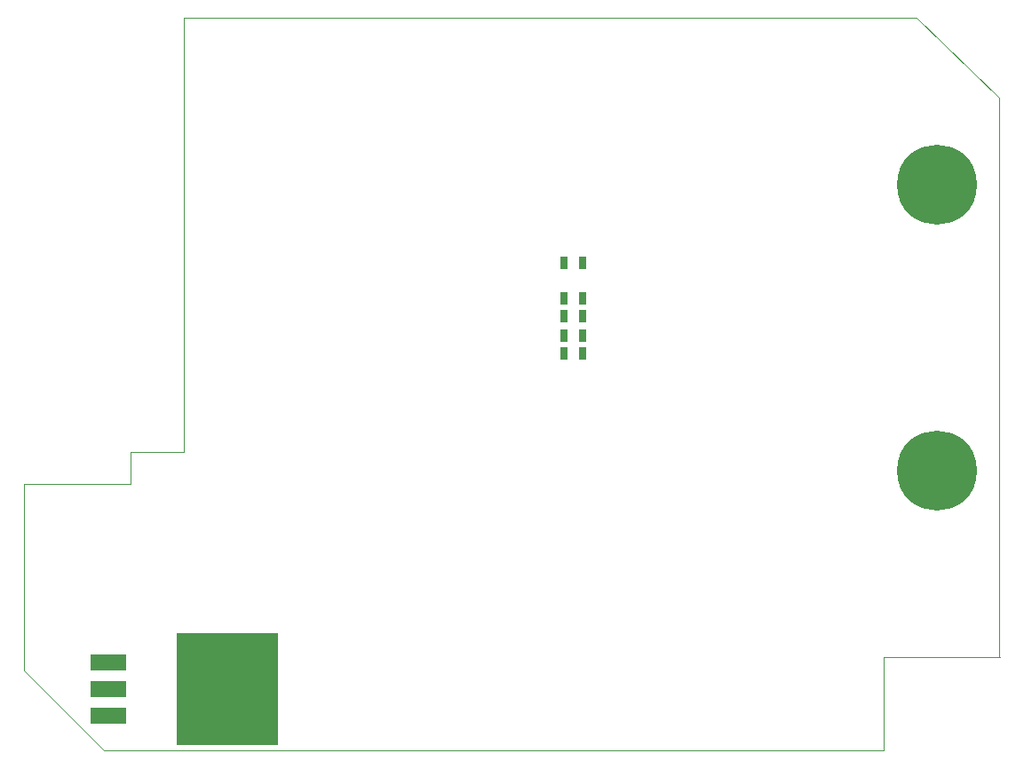
<source format=gtp>
G04 EAGLE Gerber RS-274X export*
G75*
%MOMM*%
%FSLAX34Y34*%
%LPD*%
%INTop solder paste for stencil*%
%IPPOS*%
%AMOC8*
5,1,8,0,0,1.08239X$1,22.5*%
G01*
%ADD10C,0.000000*%
%ADD11C,7.620000*%
%ADD12R,9.652000X10.668000*%
%ADD13R,3.500000X1.600000*%
%ADD14R,0.800000X1.200000*%


D10*
X819150Y0D02*
X819150Y88900D01*
X929640Y88900D01*
X930150Y88900D01*
X929640Y622300D02*
X850900Y698500D01*
X152400Y698500D01*
X152400Y284480D01*
X101600Y284480D01*
X101600Y254000D01*
X0Y254000D01*
X0Y76200D01*
X76200Y0D01*
X929640Y88900D02*
X929640Y622300D01*
X819150Y0D02*
X76200Y0D01*
D11*
X869950Y266700D03*
X869950Y539750D03*
D10*
X855950Y542290D02*
X855954Y542634D01*
X855967Y542977D01*
X855988Y543320D01*
X856017Y543662D01*
X856055Y544004D01*
X856102Y544344D01*
X856156Y544683D01*
X856219Y545021D01*
X856290Y545357D01*
X856370Y545692D01*
X856457Y546024D01*
X856553Y546354D01*
X856657Y546682D01*
X856768Y547006D01*
X856888Y547329D01*
X857016Y547648D01*
X857151Y547963D01*
X857294Y548276D01*
X857445Y548585D01*
X857603Y548890D01*
X857769Y549191D01*
X857942Y549487D01*
X858122Y549780D01*
X858309Y550068D01*
X858504Y550351D01*
X858705Y550630D01*
X858913Y550903D01*
X859128Y551172D01*
X859349Y551434D01*
X859577Y551692D01*
X859811Y551944D01*
X860051Y552189D01*
X860296Y552429D01*
X860548Y552663D01*
X860806Y552891D01*
X861068Y553112D01*
X861337Y553327D01*
X861610Y553535D01*
X861889Y553736D01*
X862172Y553931D01*
X862460Y554118D01*
X862753Y554298D01*
X863049Y554471D01*
X863350Y554637D01*
X863655Y554795D01*
X863964Y554946D01*
X864277Y555089D01*
X864592Y555224D01*
X864911Y555352D01*
X865234Y555472D01*
X865558Y555583D01*
X865886Y555687D01*
X866216Y555783D01*
X866548Y555870D01*
X866883Y555950D01*
X867219Y556021D01*
X867557Y556084D01*
X867896Y556138D01*
X868236Y556185D01*
X868578Y556223D01*
X868920Y556252D01*
X869263Y556273D01*
X869606Y556286D01*
X869950Y556290D01*
X870294Y556286D01*
X870637Y556273D01*
X870980Y556252D01*
X871322Y556223D01*
X871664Y556185D01*
X872004Y556138D01*
X872343Y556084D01*
X872681Y556021D01*
X873017Y555950D01*
X873352Y555870D01*
X873684Y555783D01*
X874014Y555687D01*
X874342Y555583D01*
X874666Y555472D01*
X874989Y555352D01*
X875308Y555224D01*
X875623Y555089D01*
X875936Y554946D01*
X876245Y554795D01*
X876550Y554637D01*
X876851Y554471D01*
X877147Y554298D01*
X877440Y554118D01*
X877728Y553931D01*
X878011Y553736D01*
X878290Y553535D01*
X878563Y553327D01*
X878832Y553112D01*
X879094Y552891D01*
X879352Y552663D01*
X879604Y552429D01*
X879849Y552189D01*
X880089Y551944D01*
X880323Y551692D01*
X880551Y551434D01*
X880772Y551172D01*
X880987Y550903D01*
X881195Y550630D01*
X881396Y550351D01*
X881591Y550068D01*
X881778Y549780D01*
X881958Y549487D01*
X882131Y549191D01*
X882297Y548890D01*
X882455Y548585D01*
X882606Y548276D01*
X882749Y547963D01*
X882884Y547648D01*
X883012Y547329D01*
X883132Y547006D01*
X883243Y546682D01*
X883347Y546354D01*
X883443Y546024D01*
X883530Y545692D01*
X883610Y545357D01*
X883681Y545021D01*
X883744Y544683D01*
X883798Y544344D01*
X883845Y544004D01*
X883883Y543662D01*
X883912Y543320D01*
X883933Y542977D01*
X883946Y542634D01*
X883950Y542290D01*
X883946Y541946D01*
X883933Y541603D01*
X883912Y541260D01*
X883883Y540918D01*
X883845Y540576D01*
X883798Y540236D01*
X883744Y539897D01*
X883681Y539559D01*
X883610Y539223D01*
X883530Y538888D01*
X883443Y538556D01*
X883347Y538226D01*
X883243Y537898D01*
X883132Y537574D01*
X883012Y537251D01*
X882884Y536932D01*
X882749Y536617D01*
X882606Y536304D01*
X882455Y535995D01*
X882297Y535690D01*
X882131Y535389D01*
X881958Y535093D01*
X881778Y534800D01*
X881591Y534512D01*
X881396Y534229D01*
X881195Y533950D01*
X880987Y533677D01*
X880772Y533408D01*
X880551Y533146D01*
X880323Y532888D01*
X880089Y532636D01*
X879849Y532391D01*
X879604Y532151D01*
X879352Y531917D01*
X879094Y531689D01*
X878832Y531468D01*
X878563Y531253D01*
X878290Y531045D01*
X878011Y530844D01*
X877728Y530649D01*
X877440Y530462D01*
X877147Y530282D01*
X876851Y530109D01*
X876550Y529943D01*
X876245Y529785D01*
X875936Y529634D01*
X875623Y529491D01*
X875308Y529356D01*
X874989Y529228D01*
X874666Y529108D01*
X874342Y528997D01*
X874014Y528893D01*
X873684Y528797D01*
X873352Y528710D01*
X873017Y528630D01*
X872681Y528559D01*
X872343Y528496D01*
X872004Y528442D01*
X871664Y528395D01*
X871322Y528357D01*
X870980Y528328D01*
X870637Y528307D01*
X870294Y528294D01*
X869950Y528290D01*
X869606Y528294D01*
X869263Y528307D01*
X868920Y528328D01*
X868578Y528357D01*
X868236Y528395D01*
X867896Y528442D01*
X867557Y528496D01*
X867219Y528559D01*
X866883Y528630D01*
X866548Y528710D01*
X866216Y528797D01*
X865886Y528893D01*
X865558Y528997D01*
X865234Y529108D01*
X864911Y529228D01*
X864592Y529356D01*
X864277Y529491D01*
X863964Y529634D01*
X863655Y529785D01*
X863350Y529943D01*
X863049Y530109D01*
X862753Y530282D01*
X862460Y530462D01*
X862172Y530649D01*
X861889Y530844D01*
X861610Y531045D01*
X861337Y531253D01*
X861068Y531468D01*
X860806Y531689D01*
X860548Y531917D01*
X860296Y532151D01*
X860051Y532391D01*
X859811Y532636D01*
X859577Y532888D01*
X859349Y533146D01*
X859128Y533408D01*
X858913Y533677D01*
X858705Y533950D01*
X858504Y534229D01*
X858309Y534512D01*
X858122Y534800D01*
X857942Y535093D01*
X857769Y535389D01*
X857603Y535690D01*
X857445Y535995D01*
X857294Y536304D01*
X857151Y536617D01*
X857016Y536932D01*
X856888Y537251D01*
X856768Y537574D01*
X856657Y537898D01*
X856553Y538226D01*
X856457Y538556D01*
X856370Y538888D01*
X856290Y539223D01*
X856219Y539559D01*
X856156Y539897D01*
X856102Y540236D01*
X856055Y540576D01*
X856017Y540918D01*
X855988Y541260D01*
X855967Y541603D01*
X855954Y541946D01*
X855950Y542290D01*
X855950Y265430D02*
X855954Y265774D01*
X855967Y266117D01*
X855988Y266460D01*
X856017Y266802D01*
X856055Y267144D01*
X856102Y267484D01*
X856156Y267823D01*
X856219Y268161D01*
X856290Y268497D01*
X856370Y268832D01*
X856457Y269164D01*
X856553Y269494D01*
X856657Y269822D01*
X856768Y270146D01*
X856888Y270469D01*
X857016Y270788D01*
X857151Y271103D01*
X857294Y271416D01*
X857445Y271725D01*
X857603Y272030D01*
X857769Y272331D01*
X857942Y272627D01*
X858122Y272920D01*
X858309Y273208D01*
X858504Y273491D01*
X858705Y273770D01*
X858913Y274043D01*
X859128Y274312D01*
X859349Y274574D01*
X859577Y274832D01*
X859811Y275084D01*
X860051Y275329D01*
X860296Y275569D01*
X860548Y275803D01*
X860806Y276031D01*
X861068Y276252D01*
X861337Y276467D01*
X861610Y276675D01*
X861889Y276876D01*
X862172Y277071D01*
X862460Y277258D01*
X862753Y277438D01*
X863049Y277611D01*
X863350Y277777D01*
X863655Y277935D01*
X863964Y278086D01*
X864277Y278229D01*
X864592Y278364D01*
X864911Y278492D01*
X865234Y278612D01*
X865558Y278723D01*
X865886Y278827D01*
X866216Y278923D01*
X866548Y279010D01*
X866883Y279090D01*
X867219Y279161D01*
X867557Y279224D01*
X867896Y279278D01*
X868236Y279325D01*
X868578Y279363D01*
X868920Y279392D01*
X869263Y279413D01*
X869606Y279426D01*
X869950Y279430D01*
X870294Y279426D01*
X870637Y279413D01*
X870980Y279392D01*
X871322Y279363D01*
X871664Y279325D01*
X872004Y279278D01*
X872343Y279224D01*
X872681Y279161D01*
X873017Y279090D01*
X873352Y279010D01*
X873684Y278923D01*
X874014Y278827D01*
X874342Y278723D01*
X874666Y278612D01*
X874989Y278492D01*
X875308Y278364D01*
X875623Y278229D01*
X875936Y278086D01*
X876245Y277935D01*
X876550Y277777D01*
X876851Y277611D01*
X877147Y277438D01*
X877440Y277258D01*
X877728Y277071D01*
X878011Y276876D01*
X878290Y276675D01*
X878563Y276467D01*
X878832Y276252D01*
X879094Y276031D01*
X879352Y275803D01*
X879604Y275569D01*
X879849Y275329D01*
X880089Y275084D01*
X880323Y274832D01*
X880551Y274574D01*
X880772Y274312D01*
X880987Y274043D01*
X881195Y273770D01*
X881396Y273491D01*
X881591Y273208D01*
X881778Y272920D01*
X881958Y272627D01*
X882131Y272331D01*
X882297Y272030D01*
X882455Y271725D01*
X882606Y271416D01*
X882749Y271103D01*
X882884Y270788D01*
X883012Y270469D01*
X883132Y270146D01*
X883243Y269822D01*
X883347Y269494D01*
X883443Y269164D01*
X883530Y268832D01*
X883610Y268497D01*
X883681Y268161D01*
X883744Y267823D01*
X883798Y267484D01*
X883845Y267144D01*
X883883Y266802D01*
X883912Y266460D01*
X883933Y266117D01*
X883946Y265774D01*
X883950Y265430D01*
X883946Y265086D01*
X883933Y264743D01*
X883912Y264400D01*
X883883Y264058D01*
X883845Y263716D01*
X883798Y263376D01*
X883744Y263037D01*
X883681Y262699D01*
X883610Y262363D01*
X883530Y262028D01*
X883443Y261696D01*
X883347Y261366D01*
X883243Y261038D01*
X883132Y260714D01*
X883012Y260391D01*
X882884Y260072D01*
X882749Y259757D01*
X882606Y259444D01*
X882455Y259135D01*
X882297Y258830D01*
X882131Y258529D01*
X881958Y258233D01*
X881778Y257940D01*
X881591Y257652D01*
X881396Y257369D01*
X881195Y257090D01*
X880987Y256817D01*
X880772Y256548D01*
X880551Y256286D01*
X880323Y256028D01*
X880089Y255776D01*
X879849Y255531D01*
X879604Y255291D01*
X879352Y255057D01*
X879094Y254829D01*
X878832Y254608D01*
X878563Y254393D01*
X878290Y254185D01*
X878011Y253984D01*
X877728Y253789D01*
X877440Y253602D01*
X877147Y253422D01*
X876851Y253249D01*
X876550Y253083D01*
X876245Y252925D01*
X875936Y252774D01*
X875623Y252631D01*
X875308Y252496D01*
X874989Y252368D01*
X874666Y252248D01*
X874342Y252137D01*
X874014Y252033D01*
X873684Y251937D01*
X873352Y251850D01*
X873017Y251770D01*
X872681Y251699D01*
X872343Y251636D01*
X872004Y251582D01*
X871664Y251535D01*
X871322Y251497D01*
X870980Y251468D01*
X870637Y251447D01*
X870294Y251434D01*
X869950Y251430D01*
X869606Y251434D01*
X869263Y251447D01*
X868920Y251468D01*
X868578Y251497D01*
X868236Y251535D01*
X867896Y251582D01*
X867557Y251636D01*
X867219Y251699D01*
X866883Y251770D01*
X866548Y251850D01*
X866216Y251937D01*
X865886Y252033D01*
X865558Y252137D01*
X865234Y252248D01*
X864911Y252368D01*
X864592Y252496D01*
X864277Y252631D01*
X863964Y252774D01*
X863655Y252925D01*
X863350Y253083D01*
X863049Y253249D01*
X862753Y253422D01*
X862460Y253602D01*
X862172Y253789D01*
X861889Y253984D01*
X861610Y254185D01*
X861337Y254393D01*
X861068Y254608D01*
X860806Y254829D01*
X860548Y255057D01*
X860296Y255291D01*
X860051Y255531D01*
X859811Y255776D01*
X859577Y256028D01*
X859349Y256286D01*
X859128Y256548D01*
X858913Y256817D01*
X858705Y257090D01*
X858504Y257369D01*
X858309Y257652D01*
X858122Y257940D01*
X857942Y258233D01*
X857769Y258529D01*
X857603Y258830D01*
X857445Y259135D01*
X857294Y259444D01*
X857151Y259757D01*
X857016Y260072D01*
X856888Y260391D01*
X856768Y260714D01*
X856657Y261038D01*
X856553Y261366D01*
X856457Y261696D01*
X856370Y262028D01*
X856290Y262363D01*
X856219Y262699D01*
X856156Y263037D01*
X856102Y263376D01*
X856055Y263716D01*
X856017Y264058D01*
X855988Y264400D01*
X855967Y264743D01*
X855954Y265086D01*
X855950Y265430D01*
D12*
X193360Y58420D03*
D13*
X79810Y58420D03*
X79810Y33020D03*
X79810Y83820D03*
D14*
X514343Y431446D03*
X532343Y431446D03*
X532275Y464982D03*
X514275Y464982D03*
X532308Y395663D03*
X514308Y395663D03*
X514233Y378441D03*
X532233Y378441D03*
X514240Y414020D03*
X532240Y414020D03*
M02*

</source>
